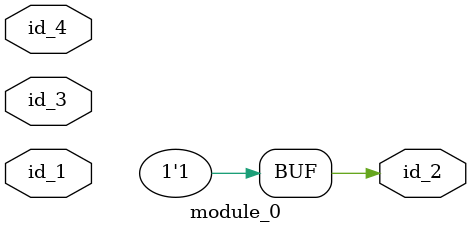
<source format=v>
`timescale 1 ps / 1ps
module module_0 (
    id_1,
    id_2,
    id_3,
    id_4
);
  inout id_4;
  input id_3;
  output id_2;
  input id_1;
  assign id_2 = 1;
endmodule

</source>
